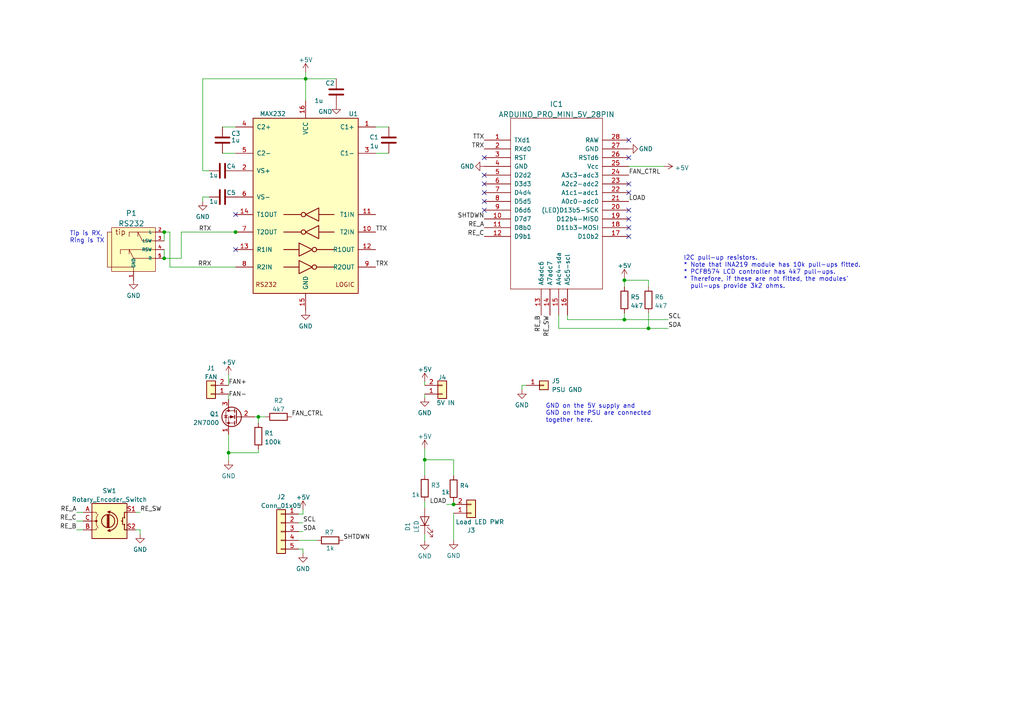
<source format=kicad_sch>
(kicad_sch (version 20211123) (generator eeschema)
  (paper "A4")
  (title_block (title "Bench PSU controller board") (date "2023-05-31") (rev "c1") (company "telecnatron.com"))
  (lib_symbols
    (symbol "Connector:JACK-STEREO-3.5mm-PCB" (pin_names (offset 1.016))
      (property "Reference" "P" (at -5.08 7.62 0))
      (property "Value" "JACK-STEREO-3.5mm-PCB" (at 11.43 -7.62 0))
      (symbol "JACK-STEREO-3.5mm-PCB_0_0"
        (polyline (pts (xy 0 -6.35) (xy 0 -5.08) (xy -6.35 -5.08)))
        (polyline (pts (xy 6.35 5.08) (xy -1.27 5.08) (xy -1.27 3.81)))
        (polyline (pts (xy 6.35 2.54) (xy 2.54 2.54) (xy 1.27 5.08) (xy 1.27 3.81)))
        (text "tip" (at -3.81 5.08 0) (effects (font (size 1.524 1.524))))
      )
      (symbol "JACK-STEREO-3.5mm-PCB_0_1"
        (polyline (pts (xy 6.35 0) (xy -3.81 0) (xy -3.81 -1.27)))
        (polyline (pts (xy -6.35 5.08) (xy -7.62 5.08) (xy -7.62 -5.08) (xy -6.35 -5.08)) (fill (type background)))
        (polyline (pts (xy 6.35 -2.54) (xy 0 -2.54) (xy -1.27 0) (xy -1.27 -1.27)))
        (rectangle (start 6.35 -6.35) (end -6.35 6.35) (fill (type background)))
      )
      (symbol "JACK-STEREO-3.5mm-PCB_1_1"
        (pin power_in line (at 0 -8.89 90) (length 2.54) (name "GND") (number "1"))
        (pin passive line (at 8.89 5.08 180) (length 2.54) (name "L") (number "2"))
        (pin passive line (at 8.89 2.54 180) (length 2.54) (name "LSW") (number "3"))
        (pin passive line (at 8.89 0 180) (length 2.54) (name "RSW") (number "4"))
        (pin passive line (at 8.89 -2.54 180) (length 2.54) (name "R") (number "5"))
      )
    )
    (symbol "Connector_Generic:Conn_01x01" (pin_names (offset 1.016) hide)
      (property "Reference" "J" (at 0 2.54 0))
      (property "Value" "Conn_01x01" (at 0 -2.54 0))
      (symbol "Conn_01x01_1_1"
        (rectangle (start -1.27 0.127) (end 0 -0.127) (stroke (width 0.1524)))
        (rectangle (start -1.27 1.27) (end 1.27 -1.27) (stroke (width 0.254)) (fill (type background)))
        (pin passive line (at -5.08 0 0) (length 3.81) (name "Pin_1") (number "1"))
      )
    )
    (symbol "Connector_Generic:Conn_01x02" (pin_names (offset 1.016) hide)
      (property "Reference" "J" (at 0 2.54 0))
      (property "Value" "Conn_01x02" (at 0 -5.08 0))
      (symbol "Conn_01x02_1_1"
        (rectangle (start -1.27 -2.413) (end 0 -2.667) (stroke (width 0.1524)))
        (rectangle (start -1.27 0.127) (end 0 -0.127) (stroke (width 0.1524)))
        (rectangle (start -1.27 1.27) (end 1.27 -3.81) (stroke (width 0.254)) (fill (type background)))
        (pin passive line (at -5.08 0 0) (length 3.81) (name "Pin_1") (number "1"))
        (pin passive line (at -5.08 -2.54 0) (length 3.81) (name "Pin_2") (number "2"))
      )
    )
    (symbol "Connector_Generic:Conn_01x05" (pin_names (offset 1.016) hide)
      (property "Reference" "J" (at 0 7.62 0))
      (property "Value" "Conn_01x05" (at 0 -7.62 0))
      (symbol "Conn_01x05_1_1"
        (rectangle (start -1.27 -4.953) (end 0 -5.207) (stroke (width 0.1524)))
        (rectangle (start -1.27 -2.413) (end 0 -2.667) (stroke (width 0.1524)))
        (rectangle (start -1.27 0.127) (end 0 -0.127) (stroke (width 0.1524)))
        (rectangle (start -1.27 2.667) (end 0 2.413) (stroke (width 0.1524)))
        (rectangle (start -1.27 5.207) (end 0 4.953) (stroke (width 0.1524)))
        (rectangle (start -1.27 6.35) (end 1.27 -6.35) (stroke (width 0.254)) (fill (type background)))
        (pin passive line (at -5.08 5.08 0) (length 3.81) (name "Pin_1") (number "1"))
        (pin passive line (at -5.08 2.54 0) (length 3.81) (name "Pin_2") (number "2"))
        (pin passive line (at -5.08 0 0) (length 3.81) (name "Pin_3") (number "3"))
        (pin passive line (at -5.08 -2.54 0) (length 3.81) (name "Pin_4") (number "4"))
        (pin passive line (at -5.08 -5.08 0) (length 3.81) (name "Pin_5") (number "5"))
      )
    )
    (symbol "Device:C" (pin_numbers hide) (pin_names (offset 0.254))
      (property "Reference" "C" (at 0.635 2.54 0))
      (property "Value" "C" (at 0.635 -2.54 0))
      (symbol "C_0_1"
        (polyline (pts (xy -2.032 -0.762) (xy 2.032 -0.762)) (stroke (width 0.508)))
        (polyline (pts (xy -2.032 0.762) (xy 2.032 0.762)) (stroke (width 0.508)))
      )
      (symbol "C_1_1"
        (pin passive line (at 0 3.81 270) (length 2.794) (name "~") (number "1"))
        (pin passive line (at 0 -3.81 90) (length 2.794) (name "~") (number "2"))
      )
    )
    (symbol "Device:LED" (pin_numbers hide) (pin_names (offset 1.016) hide)
      (property "Reference" "D" (at 0 2.54 0))
      (property "Value" "LED" (at 0 -2.54 0))
      (symbol "LED_0_1"
        (polyline (pts (xy -1.27 -1.27) (xy -1.27 1.27)) (stroke (width 0.2032)))
        (polyline (pts (xy -1.27 0) (xy 1.27 0)))
        (polyline (pts (xy 1.27 -1.27) (xy 1.27 1.27) (xy -1.27 0) (xy 1.27 -1.27)) (stroke (width 0.2032)))
        (polyline (pts (xy -3.048 -0.762) (xy -4.572 -2.286) (xy -3.81 -2.286) (xy -4.572 -2.286) (xy -4.572 -1.524)))
        (polyline (pts (xy -1.778 -0.762) (xy -3.302 -2.286) (xy -2.54 -2.286) (xy -3.302 -2.286) (xy -3.302 -1.524)))
      )
      (symbol "LED_1_1"
        (pin passive line (at -3.81 0 0) (length 2.54) (name "K") (number "1"))
        (pin passive line (at 3.81 0 180) (length 2.54) (name "A") (number "2"))
      )
    )
    (symbol "Device:R" (pin_numbers hide) (pin_names (offset 0))
      (property "Reference" "R" (at 2.032 0 90))
      (property "Value" "R" (at 0 0 90))
      (symbol "R_0_1"
        (rectangle (start -1.016 -2.54) (end 1.016 2.54) (stroke (width 0.254)))
      )
      (symbol "R_1_1"
        (pin passive line (at 0 3.81 270) (length 1.27) (name "~") (number "1"))
        (pin passive line (at 0 -3.81 90) (length 1.27) (name "~") (number "2"))
      )
    )
    (symbol "Device:Rotary_Encoder_Switch" (pin_names (offset 0.254) hide)
      (property "Reference" "SW1" (at 0 8.7798 0))
      (property "Value" "Rotary_Encoder_Switch" (at 0 6.2429 0))
      (symbol "Rotary_Encoder_Switch_0_1"
        (rectangle (start -5.08 5.08) (end 5.08 -5.08) (stroke (width 0.254)) (fill (type background)))
        (circle (center -3.81 0) (radius 0.254) (fill (type outline)))
        (arc (start -0.381 -2.794) (mid 2.3622 -0.0508) (end -0.381 2.667) (stroke (width 0.254)))
        (circle (center -0.381 0) (radius 1.905) (stroke (width 0.254)))
        (polyline (pts (xy -0.635 -1.778) (xy -0.635 1.778)) (stroke (width 0.254)))
        (polyline (pts (xy -0.381 -1.778) (xy -0.381 1.778)) (stroke (width 0.254)))
        (polyline (pts (xy -0.127 1.778) (xy -0.127 -1.778)) (stroke (width 0.254)))
        (polyline (pts (xy 3.81 0) (xy 3.429 0)) (stroke (width 0.254)))
        (polyline (pts (xy 3.81 1.016) (xy 3.81 -1.016)) (stroke (width 0.254)))
        (polyline (pts (xy -5.08 -2.54) (xy -3.81 -2.54) (xy -3.81 -2.032)))
        (polyline (pts (xy -5.08 2.54) (xy -3.81 2.54) (xy -3.81 2.032)))
        (polyline (pts (xy 0.254 -3.048) (xy -0.508 -2.794) (xy 0.127 -2.413)) (stroke (width 0.254)))
        (polyline (pts (xy 0.254 2.921) (xy -0.508 2.667) (xy 0.127 2.286)) (stroke (width 0.254)))
        (polyline (pts (xy 5.08 -2.54) (xy 4.318 -2.54) (xy 4.318 -1.016)) (stroke (width 0.254)))
        (polyline (pts (xy 5.08 2.54) (xy 4.318 2.54) (xy 4.318 1.016)) (stroke (width 0.254)))
        (polyline (pts (xy -5.08 0) (xy -3.81 0) (xy -3.81 -1.016) (xy -3.302 -2.032)))
        (polyline (pts (xy -4.318 0) (xy -3.81 0) (xy -3.81 1.016) (xy -3.302 2.032)))
        (circle (center 4.318 -1.016) (radius 0.127) (stroke (width 0.254)))
        (circle (center 4.318 1.016) (radius 0.127) (stroke (width 0.254)))
      )
      (symbol "Rotary_Encoder_Switch_1_1"
        (pin passive line (at -7.62 2.54 0) (length 2.54) (name "1") (number "A"))
        (pin passive line (at -7.62 -2.54 0) (length 2.54) (name "3") (number "B"))
        (pin passive line (at -7.62 0 0) (length 2.54) (name "2") (number "C"))
        (pin passive line (at 7.62 2.54 180) (length 2.54) (name "4") (number "S1"))
        (pin passive line (at 7.62 -2.54 180) (length 2.54) (name "5") (number "S2"))
      )
    )
    (symbol "Interface_UART:MAX232" (pin_names (offset 1.016))
      (property "Reference" "U" (at -2.54 28.575 0))
      (property "Value" "MAX232" (at -2.54 26.67 0))
      (symbol "MAX232_0_0"
        (text "LOGIC" (at -11.43 -22.86 0) (effects (font (size 1.27 1.27))))
        (text "RS232" (at 11.43 -22.86 0) (effects (font (size 1.27 1.27))))
      )
      (symbol "MAX232_0_1"
        (rectangle (start -15.24 -25.4) (end 15.24 25.4) (stroke (width 0.254)) (fill (type background)))
        (circle (center -2.54 -17.78) (radius 0.635) (stroke (width 0.254)))
        (circle (center -2.54 -12.7) (radius 0.635) (stroke (width 0.254)))
        (polyline (pts (xy -3.81 -7.62) (xy -8.255 -7.62)) (stroke (width 0.254)))
        (polyline (pts (xy -3.81 -2.54) (xy -8.255 -2.54)) (stroke (width 0.254)))
        (polyline (pts (xy -3.175 -17.78) (xy -8.255 -17.78)) (stroke (width 0.254)))
        (polyline (pts (xy -3.175 -12.7) (xy -8.255 -12.7)) (stroke (width 0.254)))
        (polyline (pts (xy 1.27 -7.62) (xy 6.35 -7.62)) (stroke (width 0.254)))
        (polyline (pts (xy 1.27 -2.54) (xy 6.35 -2.54)) (stroke (width 0.254)))
        (polyline (pts (xy 1.905 -17.78) (xy 6.35 -17.78)) (stroke (width 0.254)))
        (polyline (pts (xy 1.905 -12.7) (xy 6.35 -12.7)) (stroke (width 0.254)))
        (polyline (pts (xy -3.81 -5.715) (xy -3.81 -9.525) (xy 0 -7.62) (xy -3.81 -5.715)) (stroke (width 0.254)))
        (polyline (pts (xy -3.81 -0.635) (xy -3.81 -4.445) (xy 0 -2.54) (xy -3.81 -0.635)) (stroke (width 0.254)))
        (polyline (pts (xy 1.905 -15.875) (xy 1.905 -19.685) (xy -1.905 -17.78) (xy 1.905 -15.875)) (stroke (width 0.254)))
        (polyline (pts (xy 1.905 -10.795) (xy 1.905 -14.605) (xy -1.905 -12.7) (xy 1.905 -10.795)) (stroke (width 0.254)))
        (circle (center 0.635 -7.62) (radius 0.635) (stroke (width 0.254)))
        (circle (center 0.635 -2.54) (radius 0.635) (stroke (width 0.254)))
      )
      (symbol "MAX232_1_1"
        (pin passive line (at -20.32 22.86 0) (length 5.08) (name "C1+") (number "1"))
        (pin input line (at -20.32 -7.62 0) (length 5.08) (name "T2IN") (number "10"))
        (pin input line (at -20.32 -2.54 0) (length 5.08) (name "T1IN") (number "11"))
        (pin output line (at -20.32 -12.7 0) (length 5.08) (name "R1OUT") (number "12"))
        (pin input line (at 20.32 -12.7 180) (length 5.08) (name "R1IN") (number "13"))
        (pin output line (at 20.32 -2.54 180) (length 5.08) (name "T1OUT") (number "14"))
        (pin power_in line (at 0 -30.48 90) (length 5.08) (name "GND") (number "15"))
        (pin power_in line (at 0 30.48 270) (length 5.08) (name "VCC") (number "16"))
        (pin power_out line (at 20.32 10.16 180) (length 5.08) (name "VS+") (number "2"))
        (pin passive line (at -20.32 15.24 0) (length 5.08) (name "C1-") (number "3"))
        (pin passive line (at 20.32 22.86 180) (length 5.08) (name "C2+") (number "4"))
        (pin passive line (at 20.32 15.24 180) (length 5.08) (name "C2-") (number "5"))
        (pin power_out line (at 20.32 2.54 180) (length 5.08) (name "VS-") (number "6"))
        (pin output line (at 20.32 -7.62 180) (length 5.08) (name "T2OUT") (number "7"))
        (pin input line (at 20.32 -17.78 180) (length 5.08) (name "R2IN") (number "8"))
        (pin output line (at -20.32 -17.78 0) (length 5.08) (name "R2OUT") (number "9"))
      )
    )
    (symbol "MCU:ARDUINO_PRO_MINI_5V_28PIN" (pin_names (offset 1.016))
      (property "Reference" "IC" (at 11.43 20.32 0))
      (property "Value" "ARDUINO_PRO_MINI_5V_28PIN" (at 0 -19.05 0))
      (symbol "ARDUINO_PRO_MINI_5V_28PIN_0_1"
        (rectangle (start -13.97 19.05) (end 12.7 -30.48))
      )
      (symbol "ARDUINO_PRO_MINI_5V_28PIN_1_1"
        (pin passive line (at -21.59 12.7 0) (length 7.62) (name "TXd1") (number "1"))
        (pin passive line (at -21.59 -10.16 0) (length 7.62) (name "D7d7") (number "10"))
        (pin passive line (at -21.59 -12.7 0) (length 7.62) (name "D8b0") (number "11"))
        (pin passive line (at -21.59 -15.24 0) (length 7.62) (name "D9b1") (number "12"))
        (pin passive line (at -5.08 -38.1 90) (length 7.62) (name "A6adc6") (number "13"))
        (pin passive line (at -2.54 -38.1 90) (length 7.62) (name "A7adc7") (number "14"))
        (pin passive line (at 0 -38.1 90) (length 7.62) (name "A4c4-sda") (number "15"))
        (pin passive line (at 2.54 -38.1 90) (length 7.62) (name "A5c5-scl") (number "16"))
        (pin passive line (at 20.32 -15.24 180) (length 7.62) (name "D10b2") (number "17"))
        (pin passive line (at 20.32 -12.7 180) (length 7.62) (name "D11b3-MOSI") (number "18"))
        (pin passive line (at 20.32 -10.16 180) (length 7.62) (name "D12b4-MISO") (number "19"))
        (pin passive line (at -21.59 10.16 0) (length 7.62) (name "RXd0") (number "2"))
        (pin passive line (at 20.32 -7.62 180) (length 7.62) (name "(LED)D13b5-SCK") (number "20"))
        (pin passive line (at 20.32 -5.08 180) (length 7.62) (name "A0c0-adc0") (number "21"))
        (pin passive line (at 20.32 -2.54 180) (length 7.62) (name "A1c1-adc1") (number "22"))
        (pin passive line (at 20.32 0 180) (length 7.62) (name "A2c2-adc2") (number "23"))
        (pin passive line (at 20.32 2.54 180) (length 7.62) (name "A3c3-adc3") (number "24"))
        (pin power_in line (at 20.32 5.08 180) (length 7.62) (name "Vcc") (number "25"))
        (pin passive line (at 20.32 7.62 180) (length 7.62) (name "RSTd6") (number "26"))
        (pin passive line (at 20.32 10.16 180) (length 7.62) (name "GND") (number "27"))
        (pin passive line (at 20.32 12.7 180) (length 7.62) (name "RAW") (number "28"))
        (pin passive line (at -21.59 7.62 0) (length 7.62) (name "RST") (number "3"))
        (pin passive line (at -21.59 5.08 0) (length 7.62) (name "GND") (number "4"))
        (pin passive line (at -21.59 2.54 0) (length 7.62) (name "D2d2") (number "5"))
        (pin passive line (at -21.59 0 0) (length 7.62) (name "D3d3") (number "6"))
        (pin passive line (at -21.59 -2.54 0) (length 7.62) (name "D4d4") (number "7"))
        (pin passive line (at -21.59 -5.08 0) (length 7.62) (name "D5d5") (number "8"))
        (pin passive line (at -21.59 -7.62 0) (length 7.62) (name "D6d6") (number "9"))
      )
    )
    (symbol "Transistor_FET:2N7000" (pin_names (offset 0) hide)
      (property "Reference" "Q" (at 5.08 1.905 0))
      (property "Value" "2N7000" (at 5.08 0 0))
      (symbol "2N7000_0_1"
        (polyline (pts (xy 0 0) (xy 0.254 0)))
        (polyline (pts (xy 0.762 -1.778) (xy 2.54 -1.778)))
        (polyline (pts (xy 0.762 -1.27) (xy 0.762 -2.286)) (stroke (width 0.254)))
        (polyline (pts (xy 0.762 0) (xy 2.54 0)))
        (polyline (pts (xy 0.762 0.508) (xy 0.762 -0.508)) (stroke (width 0.254)))
        (polyline (pts (xy 0.762 1.778) (xy 2.54 1.778)))
        (polyline (pts (xy 0.762 2.286) (xy 0.762 1.27)) (stroke (width 0.254)))
        (polyline (pts (xy 2.54 -1.778) (xy 2.54 -2.54)))
        (polyline (pts (xy 2.54 -1.778) (xy 2.54 0)))
        (polyline (pts (xy 2.54 2.54) (xy 2.54 1.778)))
        (polyline (pts (xy 0.254 1.905) (xy 0.254 -1.905) (xy 0.254 -1.905)) (stroke (width 0.254)))
        (polyline (pts (xy 1.016 0) (xy 2.032 0.381) (xy 2.032 -0.381) (xy 1.016 0)) (fill (type outline)))
        (polyline (pts (xy 2.54 -1.778) (xy 3.302 -1.778) (xy 3.302 1.778) (xy 2.54 1.778)))
        (polyline (pts (xy 2.794 0.508) (xy 2.921 0.381) (xy 3.683 0.381) (xy 3.81 0.254)))
        (polyline (pts (xy 3.302 0.381) (xy 2.921 -0.254) (xy 3.683 -0.254) (xy 3.302 0.381)))
        (circle (center 1.651 0) (radius 2.8194) (stroke (width 0.254)))
        (circle (center 2.54 -1.778) (radius 0.2794) (fill (type outline)))
        (circle (center 2.54 1.778) (radius 0.2794) (fill (type outline)))
      )
      (symbol "2N7000_1_1"
        (pin passive line (at 2.54 -5.08 90) (length 2.54) (name "S") (number "1"))
        (pin input line (at -5.08 0 0) (length 5.08) (name "G") (number "2"))
        (pin passive line (at 2.54 5.08 270) (length 2.54) (name "D") (number "3"))
      )
    )
    (symbol "power:+5V" (power) (pin_names (offset 0))
      (property "Value" "+5V" (at 0 3.556 0))
      (symbol "+5V_0_1"
        (polyline (pts (xy -0.762 1.27) (xy 0 2.54)))
        (polyline (pts (xy 0 0) (xy 0 2.54)))
        (polyline (pts (xy 0 2.54) (xy 0.762 1.27)))
      )
      (symbol "+5V_1_1"
        (pin power_in line (at 0 0 90) (length 0) hide (name "+5V") (number "1"))
      )
    )
    (symbol "power:GND" (power) (pin_names (offset 0))
      (property "Value" "GND" (at 0 -3.81 0))
      (symbol "GND_0_1"
        (polyline (pts (xy 0 0) (xy 0 -1.27) (xy 1.27 -1.27) (xy 0 -2.54) (xy -1.27 -1.27) (xy 0 -1.27)))
      )
      (symbol "GND_1_1"
        (pin power_in line (at 0 0 270) (length 0) hide (name "GND") (number "1"))
      )
    )
  )
  (junction (at 74.93 120.904))
  (junction (at 131.572 146.304))
  (junction (at 47.625 74.93))
  (junction (at 188.087 95.25))
  (junction (at 123.19 133.35))
  (junction (at 66.294 131.318))
  (junction (at 88.646 22.86))
  (junction (at 47.625 67.31))
  (junction (at 181.102 92.71))
  (junction (at 181.102 81.28))
  (junction (at 68.326 67.31))
  (no_connect (at 140.462 53.34))
  (no_connect (at 182.372 66.04))
  (no_connect (at 182.372 68.58))
  (no_connect (at 182.372 60.96))
  (no_connect (at 182.372 45.72))
  (no_connect (at 182.372 53.34))
  (no_connect (at 68.326 72.39))
  (no_connect (at 68.326 62.23))
  (no_connect (at 140.462 60.96))
  (no_connect (at 182.372 40.64))
  (no_connect (at 140.462 58.42))
  (no_connect (at 182.372 63.5))
  (no_connect (at 182.372 55.88))
  (no_connect (at 140.462 50.8))
  (no_connect (at 140.462 45.72))
  (no_connect (at 140.462 55.88))
  (wire (pts (xy 58.801 49.53) (xy 58.801 22.86)))
  (wire (pts (xy 87.884 151.638) (xy 86.614 151.638)))
  (wire (pts (xy 66.294 131.318) (xy 74.93 131.318)))
  (wire (pts (xy 52.578 67.31) (xy 52.578 74.93)))
  (wire (pts (xy 40.64 153.67) (xy 39.37 153.67)))
  (wire (pts (xy 74.93 130.302) (xy 74.93 131.318)))
  (wire (pts (xy 123.19 133.35) (xy 131.572 133.35)))
  (wire (pts (xy 181.102 92.71) (xy 193.802 92.71)))
  (wire (pts (xy 131.572 146.304) (xy 131.826 146.304)))
  (wire (pts (xy 66.294 115.824) (xy 66.294 114.3)))
  (wire (pts (xy 58.801 22.86) (xy 88.646 22.86)))
  (wire (pts (xy 22.225 151.13) (xy 24.13 151.13)))
  (wire (pts (xy 123.19 130.175) (xy 123.19 133.35)))
  (wire (pts (xy 164.592 92.71) (xy 164.592 91.44)))
  (wire (pts (xy 47.625 67.31) (xy 47.625 69.85)))
  (wire (pts (xy 162.052 91.44) (xy 162.052 95.25)))
  (wire (pts (xy 188.087 81.28) (xy 181.102 81.28)))
  (wire (pts (xy 123.19 145.415) (xy 123.19 147.32)))
  (wire (pts (xy 66.294 125.984) (xy 66.294 131.318)))
  (wire (pts (xy 47.625 72.39) (xy 47.625 74.93)))
  (wire (pts (xy 49.276 67.31) (xy 49.276 77.47)))
  (wire (pts (xy 88.646 20.955) (xy 88.646 22.86)))
  (wire (pts (xy 108.966 36.83) (xy 112.776 36.83)))
  (wire (pts (xy 181.102 92.71) (xy 181.102 90.805)))
  (wire (pts (xy 87.884 154.178) (xy 86.614 154.178)))
  (wire (pts (xy 22.225 148.59) (xy 24.13 148.59)))
  (wire (pts (xy 68.326 36.83) (xy 64.516 36.83)))
  (wire (pts (xy 123.19 133.35) (xy 123.19 137.795)))
  (wire (pts (xy 86.614 159.258) (xy 87.884 159.258)))
  (wire (pts (xy 76.962 120.904) (xy 74.93 120.904)))
  (wire (pts (xy 123.19 154.94) (xy 123.19 156.845)))
  (wire (pts (xy 60.706 49.53) (xy 58.801 49.53)))
  (wire (pts (xy 22.225 153.67) (xy 24.13 153.67)))
  (wire (pts (xy 129.54 146.304) (xy 131.572 146.304)))
  (wire (pts (xy 123.19 115.316) (xy 123.19 114.3)))
  (wire (pts (xy 74.93 120.904) (xy 73.914 120.904)))
  (wire (pts (xy 49.276 77.47) (xy 68.326 77.47)))
  (wire (pts (xy 87.884 159.258) (xy 87.884 160.528)))
  (wire (pts (xy 181.102 80.645) (xy 181.102 81.28)))
  (wire (pts (xy 87.884 149.098) (xy 86.614 149.098)))
  (wire (pts (xy 91.948 156.718) (xy 86.614 156.718)))
  (wire (pts (xy 87.884 147.828) (xy 87.884 149.098)))
  (wire (pts (xy 64.516 44.45) (xy 68.326 44.45)))
  (wire (pts (xy 181.102 81.28) (xy 181.102 83.185)))
  (wire (pts (xy 131.572 133.35) (xy 131.572 137.922)))
  (wire (pts (xy 74.93 122.682) (xy 74.93 120.904)))
  (wire (pts (xy 47.625 67.31) (xy 49.276 67.31)))
  (wire (pts (xy 152.654 111.76) (xy 151.384 111.76)))
  (wire (pts (xy 131.572 156.718) (xy 131.572 148.844)))
  (wire (pts (xy 123.19 110.744) (xy 123.19 111.76)))
  (wire (pts (xy 47.498 67.31) (xy 47.625 67.31)))
  (wire (pts (xy 66.294 131.318) (xy 66.294 133.604)))
  (wire (pts (xy 58.801 58.42) (xy 58.801 57.15)))
  (wire (pts (xy 58.801 57.15) (xy 60.706 57.15)))
  (wire (pts (xy 164.592 92.71) (xy 181.102 92.71)))
  (wire (pts (xy 68.326 67.31) (xy 68.58 67.31)))
  (wire (pts (xy 188.087 95.25) (xy 188.087 90.805)))
  (wire (pts (xy 66.294 108.712) (xy 66.294 111.76)))
  (wire (pts (xy 151.384 111.76) (xy 151.384 113.03)))
  (wire (pts (xy 52.578 67.31) (xy 68.326 67.31)))
  (wire (pts (xy 39.37 148.59) (xy 40.64 148.59)))
  (wire (pts (xy 47.625 74.93) (xy 47.498 74.93)))
  (wire (pts (xy 188.087 95.25) (xy 193.802 95.25)))
  (wire (pts (xy 162.052 95.25) (xy 188.087 95.25)))
  (wire (pts (xy 108.966 44.45) (xy 112.776 44.45)))
  (wire (pts (xy 188.087 83.185) (xy 188.087 81.28)))
  (wire (pts (xy 52.578 74.93) (xy 47.625 74.93)))
  (wire (pts (xy 88.646 22.86) (xy 88.646 29.21)))
  (wire (pts (xy 131.572 145.542) (xy 131.572 146.304)))
  (wire (pts (xy 97.536 22.86) (xy 88.646 22.86)))
  (wire (pts (xy 40.64 154.94) (xy 40.64 153.67)))
  (wire (pts (xy 192.532 48.26) (xy 182.372 48.26)))
  (text "Tip is RX,\nRing is TX" (at 20.193 70.612 0) (effects (font (size 1.27 1.27)) (justify left bottom)))
  (text "GND on the 5V supply and\nGND on the PSU are connected\ntogether here.\n" (at 158.242 122.682 0) (effects (font (size 1.27 1.27)) (justify left bottom)))
  (text "I2C pull-up resistors.\n* Note that INA219 module has 10k pull-ups fitted.\n* PCF8574 LCD controller has 4k7 pull-ups.\n* Therefore, if these are not fitted, the modules'\n  pull-ups provide 3k2 ohms. " (at 198.247 83.82 0) (effects (font (size 1.27 1.27)) (justify left bottom)))
  (label "SHTDWN" (at 140.462 63.5 180))
  (label "FAN_CTRL" (at 84.582 120.904 0))
  (label "RE_B" (at 22.225 153.67 180))
  (label "RE_A" (at 140.462 66.04 180))
  (label "FAN-" (at 66.294 115.316 0))
  (label "TTX" (at 140.462 40.64 180))
  (label "RE_C" (at 22.225 151.13 180))
  (label "RE_B" (at 156.972 91.44 270))
  (label "FAN_CTRL" (at 182.372 50.8 0))
  (label "RRX" (at 57.404 77.47 0))
  (label "TRX" (at 108.966 77.47 0))
  (label "RE_A" (at 22.225 148.59 180))
  (label "RE_SW" (at 40.64 148.59 0))
  (label "SCL" (at 87.884 151.638 0))
  (label "RE_C" (at 140.462 68.58 180))
  (label "SCL" (at 193.802 92.71 0))
  (label "TRX" (at 140.462 43.18 180))
  (label "SDA" (at 87.884 154.178 0))
  (label "LOAD" (at 129.54 146.304 180))
  (label "TTX" (at 108.966 67.31 0))
  (label "SDA" (at 193.802 95.25 0))
  (label "RE_SW" (at 159.512 91.44 270))
  (label "FAN+" (at 66.294 111.76 0))
  (label "RTX" (at 57.658 67.31 0))
  (label "SHTDWN" (at 99.568 156.718 0))
  (label "LOAD" (at 182.372 58.42 0))
  (symbol (lib_id "power:+5V") (at 87.884 147.828 0) (unit 1)
    (property "Reference" "#PWR08" (effects hide))
    (property "Value" "+5V" (at 87.884 144.2522 0))
  )
  (symbol (lib_id "power:GND") (at 123.19 156.845 0) (unit 1)
    (property "Reference" "#PWR012" (effects hide))
    (property "Value" "GND" (at 123.19 161.2884 0))
  )
  (symbol (lib_id "Device:Rotary_Encoder_Switch") (at 31.75 151.13 0) (unit 1)
    (property "Reference" "SW1" (at 31.75 142.3502 0))
    (property "Value" "Rotary_Encoder_Switch" (at 31.75 144.8871 0))
    (property "Footprint" "Connector_JST:JST_XH_B5B-XH-AM_1x05_P2.50mm_Vertical_Rotary-Encoder" (effects hide))
  )
  (symbol (lib_id "power:GND") (at 88.646 90.17 0) (unit 1)
    (property "Reference" "#PWR05" (effects hide))
    (property "Value" "GND" (at 88.646 94.6134 0))
  )
  (symbol (lib_id "Device:C") (at 64.516 57.15 270) (mirror x) (unit 1)
    (property "Reference" "C5" (at 67.056 55.88 90))
    (property "Value" "1u" (at 61.976 58.42 90))
    (property "Footprint" "Capacitor_THT:C_Disc_D6.0mm_W2.5mm_P5.00mm" (effects hide))
  )
  (symbol (lib_id "Device:R") (at 123.19 141.605 0) (unit 1)
    (property "Reference" "R3" (at 124.968 140.7703 0) (effects (justify left)))
    (property "Value" "1k" (at 119.38 143.51 0) (effects (justify left)))
    (property "Footprint" "Resistor_THT:R_Axial_250mw_DIN0207_L6.3mm_D2.5mm_P10.16mm_Horizontal" (effects hide))
  )
  (symbol (lib_id "power:+5V") (at 123.19 130.175 0) (unit 1)
    (property "Reference" "#PWR011" (effects hide))
    (property "Value" "+5V" (at 123.19 126.5992 0))
  )
  (symbol (lib_id "power:+5V") (at 66.294 108.712 0) (unit 1)
    (property "Reference" "#PWR06" (effects hide))
    (property "Value" "+5V" (at 66.294 105.1362 0))
  )
  (symbol (lib_id "power:GND") (at 151.384 113.03 0) (unit 1)
    (property "Reference" "#PWR020" (effects hide))
    (property "Value" "GND" (at 151.384 117.4734 0))
  )
  (symbol (lib_id "power:GND") (at 58.801 58.42 0) (unit 1)
    (property "Reference" "#PWR010" (effects hide))
    (property "Value" "GND" (at 58.801 62.8634 0))
  )
  (symbol (lib_id "Device:R") (at 80.772 120.904 90) (unit 1)
    (property "Reference" "R2" (at 80.772 116.1882 90))
    (property "Value" "4k7" (at 80.772 118.7251 90))
    (property "Footprint" "Resistor_THT:R_Axial_250mw_DIN0207_L6.3mm_D2.5mm_P10.16mm_Horizontal" (effects hide))
  )
  (symbol (lib_id "power:GND") (at 38.735 81.28 0) (mirror y) (unit 1)
    (property "Reference" "#PWR01" (effects hide))
    (property "Value" "GND" (at 38.735 85.7234 0))
  )
  (symbol (lib_id "power:GND") (at 131.572 156.718 0) (unit 1)
    (property "Reference" "#PWR013" (effects hide))
    (property "Value" "GND" (at 131.572 161.1614 0))
  )
  (symbol (lib_id "Device:R") (at 131.572 141.732 0) (unit 1)
    (property "Reference" "R4" (at 133.35 140.8973 0) (effects (justify left)))
    (property "Value" "1k" (at 128.016 142.748 0) (effects (justify left)))
    (property "Footprint" "Resistor_THT:R_Axial_250mw_DIN0207_L6.3mm_D2.5mm_P10.16mm_Horizontal" (effects hide))
  )
  (symbol (lib_id "Device:R") (at 188.087 86.995 0) (unit 1)
    (property "Reference" "R6" (at 189.865 86.1603 0) (effects (justify left)))
    (property "Value" "4k7" (at 189.865 88.6972 0) (effects (justify left)))
    (property "Footprint" "Resistor_THT:R_Axial_250mw_DIN0207_L6.3mm_D2.5mm_P10.16mm_Horizontal" (effects hide))
  )
  (symbol (lib_id "power:+5V") (at 88.646 20.955 0) (mirror y) (unit 1)
    (property "Reference" "#PWR04" (effects hide))
    (property "Value" "+5V" (at 88.646 17.3792 0))
  )
  (symbol (lib_id "Connector_Generic:Conn_01x01") (at 157.734 111.76 0) (unit 1)
    (property "Reference" "J5" (at 160.02 110.4899 0) (effects (justify left)))
    (property "Value" "PSU GND" (at 160.02 113.0299 0) (effects (justify left)))
    (property "Footprint" "Connector_PinHeader_2.54:PinHeader_1x01_P2.54mm_Vertical" (effects hide))
  )
  (symbol (lib_id "power:GND") (at 123.19 115.316 0) (unit 1)
    (property "Reference" "#PWR019" (effects hide))
    (property "Value" "GND" (at 123.19 119.7594 0))
  )
  (symbol (lib_id "Device:R") (at 181.102 86.995 0) (unit 1)
    (property "Reference" "R5" (at 182.88 86.1603 0) (effects (justify left)))
    (property "Value" "4k7" (at 182.88 88.6972 0) (effects (justify left)))
    (property "Footprint" "Resistor_THT:R_Axial_250mw_DIN0207_L6.3mm_D2.5mm_P10.16mm_Horizontal" (effects hide))
  )
  (symbol (lib_id "Connector_Generic:Conn_01x05") (at 81.534 154.178 0) (mirror y) (unit 1)
    (property "Reference" "J2" (at 81.534 144.1282 0))
    (property "Value" "Conn_01x05" (at 81.534 146.6651 0))
    (property "Footprint" "Connector_PinHeader_2.54:PinHeader_1x05_P2.54mm_Vertical" (effects hide))
  )
  (symbol (lib_id "Device:C") (at 64.516 49.53 270) (mirror x) (unit 1)
    (property "Reference" "C4" (at 67.056 48.26 90))
    (property "Value" "1u" (at 61.976 50.8 90))
    (property "Footprint" "Capacitor_THT:C_Disc_D6.0mm_W2.5mm_P5.00mm" (effects hide))
  )
  (symbol (lib_id "power:GND") (at 66.294 133.604 0) (mirror y) (unit 1)
    (property "Reference" "#PWR07" (effects hide))
    (property "Value" "GND" (at 66.294 138.0474 0))
  )
  (symbol (lib_id "power:GND") (at 40.64 154.94 0) (mirror y) (unit 1)
    (property "Reference" "#PWR02" (effects hide))
    (property "Value" "GND" (at 40.64 159.3834 0))
  )
  (symbol (lib_id "Connector:JACK-STEREO-3.5mm-PCB") (at 38.735 72.39 0) (unit 1)
    (property "Reference" "P1" (at 38.1 61.8562 0) (effects (font (size 1.524 1.524))))
    (property "Value" "RS232" (at 38.1 64.8496 0) (effects (font (size 1.524 1.524))))
    (property "Footprint" "Connector:JACK-STEREO-3.5mm-PCB-HandSoldered" (effects hide))
  )
  (symbol (lib_id "Connector_Generic:Conn_01x02") (at 128.27 114.3 0) (mirror x) (unit 1)
    (property "Reference" "J4" (at 128.27 109.474 0))
    (property "Value" "5V IN" (at 129.286 116.84 0))
    (property "Footprint" "Connector_JST:JST_XH_B02B-XH-A_1x02_P2.50mm_Vertical" (effects hide))
  )
  (symbol (lib_id "Device:R") (at 95.758 156.718 90) (unit 1)
    (property "Reference" "R7" (at 95.504 154.432 90))
    (property "Value" "1k" (at 95.758 159.004 90))
    (property "Footprint" "Resistor_THT:R_Axial_250mw_DIN0207_L6.3mm_D2.5mm_P10.16mm_Horizontal" (effects hide))
  )
  (symbol (lib_id "Device:R") (at 74.93 126.492 0) (unit 1)
    (property "Reference" "R1" (at 76.708 125.6573 0) (effects (justify left)))
    (property "Value" "100k" (at 76.708 128.1942 0) (effects (justify left)))
    (property "Footprint" "Resistor_THT:R_Axial_250mw_DIN0207_L6.3mm_D2.5mm_P10.16mm_Horizontal" (effects hide))
  )
  (symbol (lib_id "Device:C") (at 64.516 40.64 0) (unit 1)
    (property "Reference" "C3" (at 67.056 38.735 0) (effects (justify left)))
    (property "Value" "1u" (at 67.056 40.64 0) (effects (justify left)))
    (property "Footprint" "Capacitor_THT:C_Disc_D6.0mm_W2.5mm_P5.00mm" (effects hide))
  )
  (symbol (lib_id "Device:C") (at 97.536 26.67 0) (unit 1)
    (property "Reference" "C2" (at 94.361 24.13 0) (effects (justify left)))
    (property "Value" "1u" (at 91.186 29.21 0) (effects (justify left)))
    (property "Footprint" "Capacitor_THT:C_Disc_D6.0mm_W2.5mm_P5.00mm" (effects hide))
  )
  (symbol (lib_id "Connector_Generic:Conn_01x02") (at 136.652 148.844 0) (mirror x) (unit 1)
    (property "Reference" "J3" (at 136.652 153.8138 0))
    (property "Value" "Load LED PWR" (at 139.192 151.384 0))
    (property "Footprint" "Connector_JST:JST_XH_B02B-XH-A_1x02_P2.50mm_Vertical" (effects hide))
  )
  (symbol (lib_id "power:GND") (at 140.462 48.26 270) (mirror x) (unit 1)
    (property "Reference" "#PWR014" (effects hide))
    (property "Value" "GND" (at 133.477 48.26 90) (effects (justify left)))
  )
  (symbol (lib_id "Connector_Generic:Conn_01x02") (at 61.214 114.3 180) (unit 1)
    (property "Reference" "J1" (at 61.214 106.7902 0))
    (property "Value" "FAN" (at 61.214 109.3271 0))
    (property "Footprint" "Connector_JST:JST_XH_B02B-XH-A_1x02_P2.50mm_Vertical" (effects hide))
  )
  (symbol (lib_id "power:+5V") (at 181.102 80.645 0) (unit 1)
    (property "Reference" "#PWR015" (effects hide))
    (property "Value" "+5V" (at 181.102 77.0692 0))
  )
  (symbol (lib_id "Device:LED") (at 123.19 151.13 90) (unit 1)
    (property "Reference" "D1" (at 118.2456 152.7302 0))
    (property "Value" "LED" (at 120.7825 152.7302 0))
    (property "Footprint" "Connector_JST:JST_XH_B02B-XH-A_1x02_P2.50mm_Vertical" (effects hide))
  )
  (symbol (lib_id "power:+5V") (at 192.532 48.26 270) (unit 1)
    (property "Reference" "#PWR017" (effects hide))
    (property "Value" "+5V" (at 195.707 48.6938 90) (effects (justify left)))
  )
  (symbol (lib_id "Device:C") (at 112.776 40.64 0) (unit 1)
    (property "Reference" "C1" (at 109.855 39.8053 0) (effects (justify right)))
    (property "Value" "1u" (at 109.855 42.3422 0) (effects (justify right)))
    (property "Footprint" "Capacitor_THT:C_Disc_D6.0mm_W2.5mm_P5.00mm" (effects hide))
  )
  (symbol (lib_id "Transistor_FET:2N7000") (at 68.834 120.904 0) (mirror y) (unit 1)
    (property "Reference" "Q1" (at 63.6017 120.0693 0) (effects (justify left)))
    (property "Value" "2N7000" (at 63.6017 122.6062 0) (effects (justify left)))
    (property "Footprint" "Package_TO_SOT_THT:TO-92_Inline_Wide" (effects hide))
    (property "Datasheet" "https://www.fairchildsemi.com/datasheets/2N/2N7000.pdf" (effects hide))
  )
  (symbol (lib_id "power:GND") (at 182.372 43.18 90) (mirror x) (unit 1)
    (property "Reference" "#PWR016" (effects hide))
    (property "Value" "GND" (at 189.357 43.18 90) (effects (justify left)))
  )
  (symbol (lib_id "Interface_UART:MAX232") (at 88.646 59.69 0) (mirror y) (unit 1)
    (property "Reference" "U1" (at 103.886 33.02 0) (effects (justify left)))
    (property "Value" "MAX232" (at 82.931 33.02 0) (effects (justify left)))
    (property "Footprint" "Package_DIP:DIP-16_W7.62mm_Socket" (effects hide))
    (property "Datasheet" "http://www.ti.com/lit/ds/symlink/max232.pdf" (effects hide))
  )
  (symbol (lib_id "power:GND") (at 97.536 30.48 0) (unit 1)
    (property "Reference" "#PWR03" (effects hide))
    (property "Value" "GND" (at 94.361 32.385 0))
  )
  (symbol (lib_id "MCU:ARDUINO_PRO_MINI_5V_28PIN") (at 162.052 53.34 0) (unit 1)
    (property "Reference" "IC1" (at 161.417 30.2059 0) (effects (font (size 1.524 1.524))))
    (property "Value" "ARDUINO_PRO_MINI_5V_28PIN" (at 161.417 33.1993 0) (effects (font (size 1.524 1.524))))
    (property "Footprint" "Package_DIP:DIP-28_W15.24mm_LongPads" (effects hide))
  )
  (symbol (lib_id "power:GND") (at 87.884 160.528 0) (mirror y) (unit 1)
    (property "Reference" "#PWR09" (effects hide))
    (property "Value" "GND" (at 87.884 164.9714 0))
  )
  (symbol (lib_id "power:+5V") (at 123.19 110.744 0) (unit 1)
    (property "Reference" "#PWR018" (effects hide))
    (property "Value" "+5V" (at 123.19 107.1682 0))
  )
)
</source>
